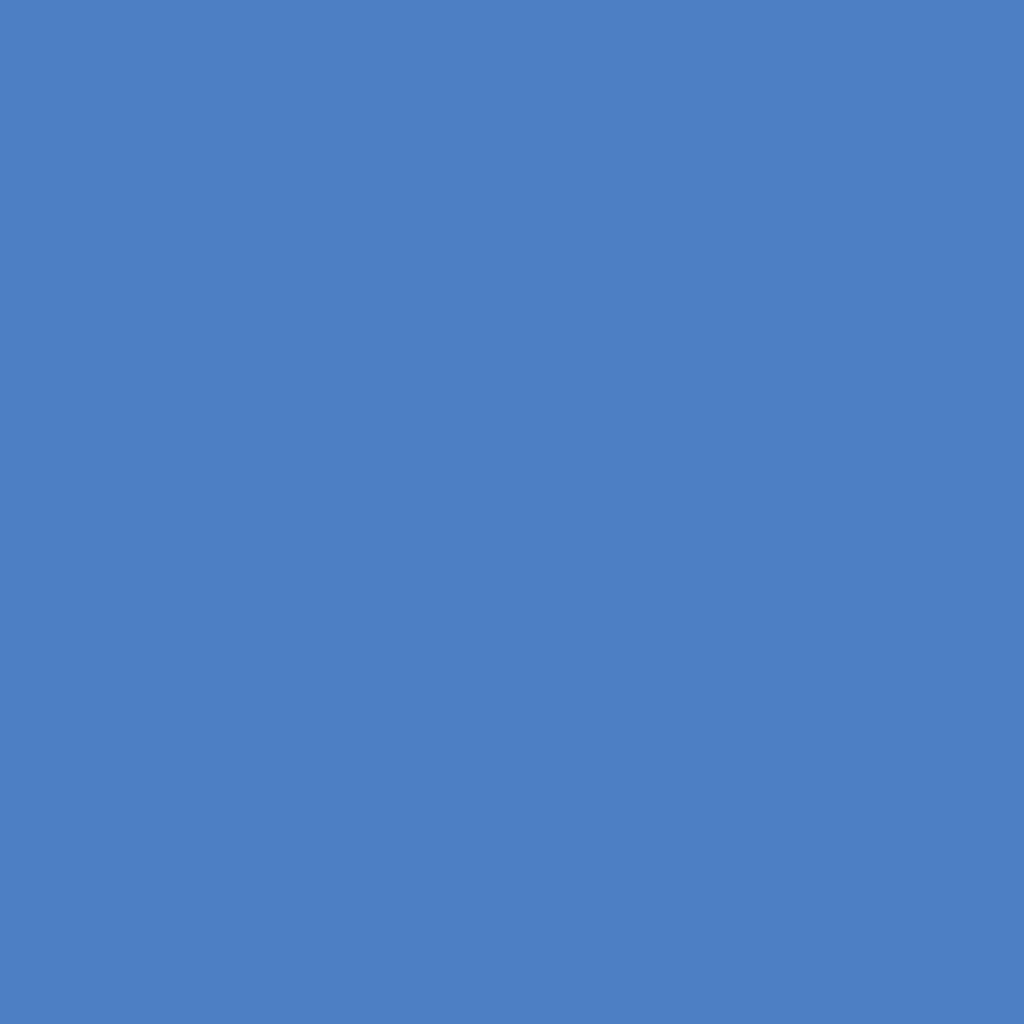
<source format=kicad_pcb>


(kicad_pcb (version 20171130) (host pcbnew 5.1.6)

  (page A3)
  (title_block
    (title "pcb")
    (rev "v9.9")
    (company "Ergogen Tests")
  )

  (general
    (thickness 1.6)
  )

  (layers
    (0 F.Cu signal)
    (31 B.Cu signal)
    (32 B.Adhes user)
    (33 F.Adhes user)
    (34 B.Paste user)
    (35 F.Paste user)
    (36 B.SilkS user)
    (37 F.SilkS user)
    (38 B.Mask user)
    (39 F.Mask user)
    (40 Dwgs.User user)
    (41 Cmts.User user)
    (42 Eco1.User user)
    (43 Eco2.User user)
    (44 Edge.Cuts user)
    (45 Margin user)
    (46 B.CrtYd user)
    (47 F.CrtYd user)
    (48 B.Fab user)
    (49 F.Fab user)
  )

  (setup
    (last_trace_width 0.25)
    (trace_clearance 0.2)
    (zone_clearance 0.508)
    (zone_45_only no)
    (trace_min 0.2)
    (via_size 0.8)
    (via_drill 0.4)
    (via_min_size 0.4)
    (via_min_drill 0.3)
    (uvia_size 0.3)
    (uvia_drill 0.1)
    (uvias_allowed no)
    (uvia_min_size 0.2)
    (uvia_min_drill 0.1)
    (edge_width 0.05)
    (segment_width 0.2)
    (pcb_text_width 0.3)
    (pcb_text_size 1.5 1.5)
    (mod_edge_width 0.12)
    (mod_text_size 1 1)
    (mod_text_width 0.15)
    (pad_size 1.524 1.524)
    (pad_drill 0.762)
    (pad_to_mask_clearance 0.05)
    (aux_axis_origin 0 0)
    (visible_elements FFFFFF7F)
    (pcbplotparams
      (layerselection 0x010fc_ffffffff)
      (usegerberextensions false)
      (usegerberattributes true)
      (usegerberadvancedattributes true)
      (creategerberjobfile true)
      (excludeedgelayer true)
      (linewidth 0.100000)
      (plotframeref false)
      (viasonmask false)
      (mode 1)
      (useauxorigin false)
      (hpglpennumber 1)
      (hpglpenspeed 20)
      (hpglpendiameter 15.000000)
      (psnegative false)
      (psa4output false)
      (plotreference true)
      (plotvalue true)
      (plotinvisibletext false)
      (padsonsilk false)
      (subtractmaskfromsilk false)
      (outputformat 1)
      (mirror false)
      (drillshape 1)
      (scaleselection 1)
      (outputdirectory ""))
  )

  (net 0 "")
(net 1 "P1")

  (net_class Default "This is the default net class."
    (clearance 0.2)
    (trace_width 0.25)
    (via_dia 0.8)
    (via_drill 0.4)
    (uvia_dia 0.3)
    (uvia_drill 0.1)
    (add_net "")
(add_net "P1")
  )

  
  
        (module SMDPad (layer F.Cu) (tedit 5B24D78E)

            (at 0 0 0)

            (fp_text reference "PAD1" (at 0 0) (layer F.SilkS) hide (effects (font (size 1.27 1.27) (thickness 0.15))))
            (fp_text value "" (at 0 0) (layer F.SilkS) hide (effects (font (size 1.27 1.27) (thickness 0.15))))

            (pad 1 smd rect (at 0 0 0) (size 1 1) (layers F.Cu F.Paste F.Mask) (net 1 "P1"))
            (pad 1 smd rect (at 0 0 0) (size 1 1) (layers B.Cu B.Paste B.Mask) (net 1 "P1"))

        )
  
    
  

)
</source>
